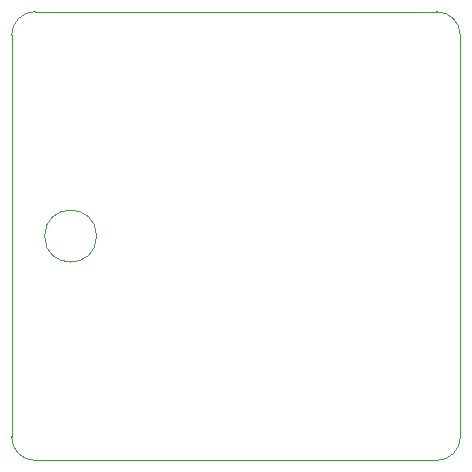
<source format=gm1>
G04 #@! TF.GenerationSoftware,KiCad,Pcbnew,(5.1.4)-1*
G04 #@! TF.CreationDate,2021-09-24T23:04:20-04:00*
G04 #@! TF.ProjectId,horizon-mx-top-plate,686f7269-7a6f-46e2-9d6d-782d746f702d,rev?*
G04 #@! TF.SameCoordinates,Original*
G04 #@! TF.FileFunction,Profile,NP*
%FSLAX46Y46*%
G04 Gerber Fmt 4.6, Leading zero omitted, Abs format (unit mm)*
G04 Created by KiCad (PCBNEW (5.1.4)-1) date 2021-09-24 23:04:20*
%MOMM*%
%LPD*%
G04 APERTURE LIST*
%ADD10C,0.050000*%
G04 APERTURE END LIST*
D10*
X226000000Y-133000000D02*
X192000000Y-133000000D01*
X228000000Y-97000000D02*
X228000000Y-131000000D01*
X192000000Y-95000000D02*
X226000000Y-95000000D01*
X190000000Y-131000000D02*
X190000000Y-97000000D01*
X192000000Y-133000000D02*
G75*
G02X190000000Y-131000000I0J2000000D01*
G01*
X228000000Y-131000000D02*
G75*
G02X226000000Y-133000000I-2000000J0D01*
G01*
X226000000Y-95000000D02*
G75*
G02X228000000Y-97000000I0J-2000000D01*
G01*
X190000000Y-97000000D02*
G75*
G02X192000000Y-95000000I2000000J0D01*
G01*
X197200000Y-114000000D02*
G75*
G03X197200000Y-114000000I-2200000J0D01*
G01*
M02*

</source>
